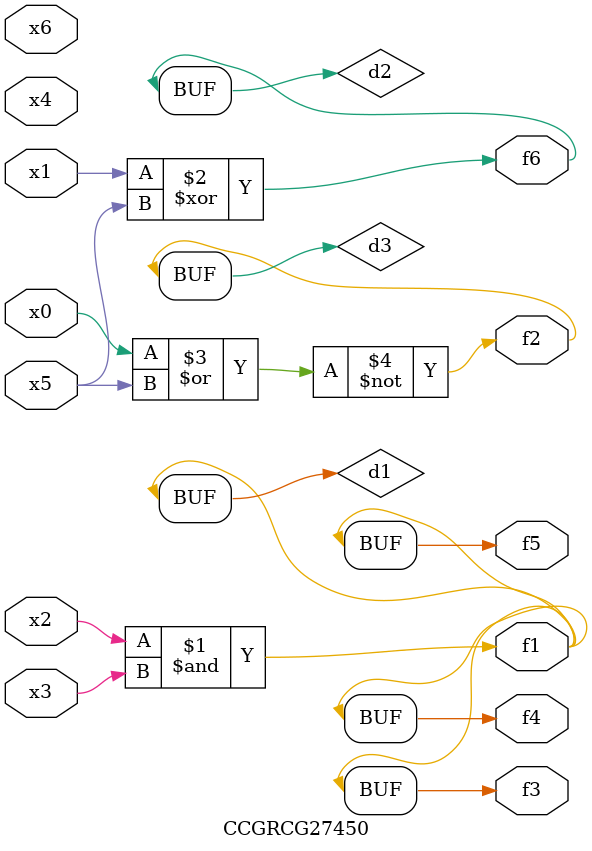
<source format=v>
module CCGRCG27450(
	input x0, x1, x2, x3, x4, x5, x6,
	output f1, f2, f3, f4, f5, f6
);

	wire d1, d2, d3;

	and (d1, x2, x3);
	xor (d2, x1, x5);
	nor (d3, x0, x5);
	assign f1 = d1;
	assign f2 = d3;
	assign f3 = d1;
	assign f4 = d1;
	assign f5 = d1;
	assign f6 = d2;
endmodule

</source>
